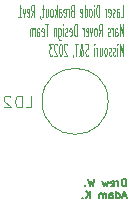
<source format=gbr>
%TF.GenerationSoftware,KiCad,Pcbnew,7.0.7*%
%TF.CreationDate,2023-11-07T19:30:11-06:00*%
%TF.ProjectId,LD_Breakout,4c445f42-7265-4616-9b6f-75742e6b6963,rev?*%
%TF.SameCoordinates,Original*%
%TF.FileFunction,Legend,Bot*%
%TF.FilePolarity,Positive*%
%FSLAX46Y46*%
G04 Gerber Fmt 4.6, Leading zero omitted, Abs format (unit mm)*
G04 Created by KiCad (PCBNEW 7.0.7) date 2023-11-07 19:30:11*
%MOMM*%
%LPD*%
G01*
G04 APERTURE LIST*
%ADD10C,0.150000*%
%ADD11C,0.095250*%
%ADD12C,0.100000*%
G04 APERTURE END LIST*
D10*
X136757725Y-85810938D02*
X136757725Y-85175938D01*
X136757725Y-85175938D02*
X136606535Y-85175938D01*
X136606535Y-85175938D02*
X136515820Y-85206176D01*
X136515820Y-85206176D02*
X136455344Y-85266652D01*
X136455344Y-85266652D02*
X136425106Y-85327128D01*
X136425106Y-85327128D02*
X136394868Y-85448080D01*
X136394868Y-85448080D02*
X136394868Y-85538795D01*
X136394868Y-85538795D02*
X136425106Y-85659747D01*
X136425106Y-85659747D02*
X136455344Y-85720223D01*
X136455344Y-85720223D02*
X136515820Y-85780700D01*
X136515820Y-85780700D02*
X136606535Y-85810938D01*
X136606535Y-85810938D02*
X136757725Y-85810938D01*
X136122725Y-85810938D02*
X136122725Y-85387604D01*
X136122725Y-85508557D02*
X136092487Y-85448080D01*
X136092487Y-85448080D02*
X136062249Y-85417842D01*
X136062249Y-85417842D02*
X136001773Y-85387604D01*
X136001773Y-85387604D02*
X135941296Y-85387604D01*
X135487725Y-85780700D02*
X135548201Y-85810938D01*
X135548201Y-85810938D02*
X135669154Y-85810938D01*
X135669154Y-85810938D02*
X135729630Y-85780700D01*
X135729630Y-85780700D02*
X135759868Y-85720223D01*
X135759868Y-85720223D02*
X135759868Y-85478319D01*
X135759868Y-85478319D02*
X135729630Y-85417842D01*
X135729630Y-85417842D02*
X135669154Y-85387604D01*
X135669154Y-85387604D02*
X135548201Y-85387604D01*
X135548201Y-85387604D02*
X135487725Y-85417842D01*
X135487725Y-85417842D02*
X135457487Y-85478319D01*
X135457487Y-85478319D02*
X135457487Y-85538795D01*
X135457487Y-85538795D02*
X135759868Y-85599271D01*
X135245820Y-85387604D02*
X135124868Y-85810938D01*
X135124868Y-85810938D02*
X135003915Y-85508557D01*
X135003915Y-85508557D02*
X134882963Y-85810938D01*
X134882963Y-85810938D02*
X134762011Y-85387604D01*
X134096772Y-85175938D02*
X133945582Y-85810938D01*
X133945582Y-85810938D02*
X133824629Y-85357366D01*
X133824629Y-85357366D02*
X133703677Y-85810938D01*
X133703677Y-85810938D02*
X133552487Y-85175938D01*
X133310582Y-85750461D02*
X133280344Y-85780700D01*
X133280344Y-85780700D02*
X133310582Y-85810938D01*
X133310582Y-85810938D02*
X133340820Y-85780700D01*
X133340820Y-85780700D02*
X133310582Y-85750461D01*
X133310582Y-85750461D02*
X133310582Y-85810938D01*
X136787963Y-86651859D02*
X136485582Y-86651859D01*
X136848439Y-86833288D02*
X136636773Y-86198288D01*
X136636773Y-86198288D02*
X136425106Y-86833288D01*
X135941296Y-86833288D02*
X135941296Y-86198288D01*
X135941296Y-86803050D02*
X136001772Y-86833288D01*
X136001772Y-86833288D02*
X136122725Y-86833288D01*
X136122725Y-86833288D02*
X136183201Y-86803050D01*
X136183201Y-86803050D02*
X136213439Y-86772811D01*
X136213439Y-86772811D02*
X136243677Y-86712335D01*
X136243677Y-86712335D02*
X136243677Y-86530907D01*
X136243677Y-86530907D02*
X136213439Y-86470430D01*
X136213439Y-86470430D02*
X136183201Y-86440192D01*
X136183201Y-86440192D02*
X136122725Y-86409954D01*
X136122725Y-86409954D02*
X136001772Y-86409954D01*
X136001772Y-86409954D02*
X135941296Y-86440192D01*
X135366772Y-86833288D02*
X135366772Y-86500669D01*
X135366772Y-86500669D02*
X135397010Y-86440192D01*
X135397010Y-86440192D02*
X135457486Y-86409954D01*
X135457486Y-86409954D02*
X135578439Y-86409954D01*
X135578439Y-86409954D02*
X135638915Y-86440192D01*
X135366772Y-86803050D02*
X135427248Y-86833288D01*
X135427248Y-86833288D02*
X135578439Y-86833288D01*
X135578439Y-86833288D02*
X135638915Y-86803050D01*
X135638915Y-86803050D02*
X135669153Y-86742573D01*
X135669153Y-86742573D02*
X135669153Y-86682097D01*
X135669153Y-86682097D02*
X135638915Y-86621621D01*
X135638915Y-86621621D02*
X135578439Y-86591383D01*
X135578439Y-86591383D02*
X135427248Y-86591383D01*
X135427248Y-86591383D02*
X135366772Y-86561145D01*
X135064391Y-86833288D02*
X135064391Y-86409954D01*
X135064391Y-86470430D02*
X135034153Y-86440192D01*
X135034153Y-86440192D02*
X134973677Y-86409954D01*
X134973677Y-86409954D02*
X134882962Y-86409954D01*
X134882962Y-86409954D02*
X134822486Y-86440192D01*
X134822486Y-86440192D02*
X134792248Y-86500669D01*
X134792248Y-86500669D02*
X134792248Y-86833288D01*
X134792248Y-86500669D02*
X134762010Y-86440192D01*
X134762010Y-86440192D02*
X134701534Y-86409954D01*
X134701534Y-86409954D02*
X134610820Y-86409954D01*
X134610820Y-86409954D02*
X134550343Y-86440192D01*
X134550343Y-86440192D02*
X134520105Y-86500669D01*
X134520105Y-86500669D02*
X134520105Y-86833288D01*
X133733914Y-86833288D02*
X133733914Y-86198288D01*
X133371057Y-86833288D02*
X133643200Y-86470430D01*
X133371057Y-86198288D02*
X133733914Y-86561145D01*
X133098914Y-86772811D02*
X133068676Y-86803050D01*
X133068676Y-86803050D02*
X133098914Y-86833288D01*
X133098914Y-86833288D02*
X133129152Y-86803050D01*
X133129152Y-86803050D02*
X133098914Y-86772811D01*
X133098914Y-86772811D02*
X133098914Y-86833288D01*
D11*
X136331707Y-71478387D02*
X136537326Y-71478387D01*
X136537326Y-71478387D02*
X136537326Y-70462387D01*
X136002717Y-71478387D02*
X136002717Y-70946197D01*
X136002717Y-70946197D02*
X136023279Y-70849435D01*
X136023279Y-70849435D02*
X136064403Y-70801054D01*
X136064403Y-70801054D02*
X136146650Y-70801054D01*
X136146650Y-70801054D02*
X136187774Y-70849435D01*
X136002717Y-71430007D02*
X136043841Y-71478387D01*
X136043841Y-71478387D02*
X136146650Y-71478387D01*
X136146650Y-71478387D02*
X136187774Y-71430007D01*
X136187774Y-71430007D02*
X136208336Y-71333245D01*
X136208336Y-71333245D02*
X136208336Y-71236483D01*
X136208336Y-71236483D02*
X136187774Y-71139721D01*
X136187774Y-71139721D02*
X136146650Y-71091340D01*
X136146650Y-71091340D02*
X136043841Y-71091340D01*
X136043841Y-71091340D02*
X136002717Y-71042959D01*
X135817660Y-71430007D02*
X135776536Y-71478387D01*
X135776536Y-71478387D02*
X135694288Y-71478387D01*
X135694288Y-71478387D02*
X135653165Y-71430007D01*
X135653165Y-71430007D02*
X135632603Y-71333245D01*
X135632603Y-71333245D02*
X135632603Y-71284864D01*
X135632603Y-71284864D02*
X135653165Y-71188102D01*
X135653165Y-71188102D02*
X135694288Y-71139721D01*
X135694288Y-71139721D02*
X135755974Y-71139721D01*
X135755974Y-71139721D02*
X135797098Y-71091340D01*
X135797098Y-71091340D02*
X135817660Y-70994578D01*
X135817660Y-70994578D02*
X135817660Y-70946197D01*
X135817660Y-70946197D02*
X135797098Y-70849435D01*
X135797098Y-70849435D02*
X135755974Y-70801054D01*
X135755974Y-70801054D02*
X135694288Y-70801054D01*
X135694288Y-70801054D02*
X135653165Y-70849435D01*
X135283051Y-71430007D02*
X135324175Y-71478387D01*
X135324175Y-71478387D02*
X135406422Y-71478387D01*
X135406422Y-71478387D02*
X135447546Y-71430007D01*
X135447546Y-71430007D02*
X135468108Y-71333245D01*
X135468108Y-71333245D02*
X135468108Y-70946197D01*
X135468108Y-70946197D02*
X135447546Y-70849435D01*
X135447546Y-70849435D02*
X135406422Y-70801054D01*
X135406422Y-70801054D02*
X135324175Y-70801054D01*
X135324175Y-70801054D02*
X135283051Y-70849435D01*
X135283051Y-70849435D02*
X135262489Y-70946197D01*
X135262489Y-70946197D02*
X135262489Y-71042959D01*
X135262489Y-71042959D02*
X135468108Y-71139721D01*
X135077432Y-71478387D02*
X135077432Y-70801054D01*
X135077432Y-70994578D02*
X135056870Y-70897816D01*
X135056870Y-70897816D02*
X135036308Y-70849435D01*
X135036308Y-70849435D02*
X134995184Y-70801054D01*
X134995184Y-70801054D02*
X134954061Y-70801054D01*
X134481137Y-71478387D02*
X134481137Y-70462387D01*
X134481137Y-70462387D02*
X134378327Y-70462387D01*
X134378327Y-70462387D02*
X134316642Y-70510768D01*
X134316642Y-70510768D02*
X134275518Y-70607530D01*
X134275518Y-70607530D02*
X134254956Y-70704292D01*
X134254956Y-70704292D02*
X134234394Y-70897816D01*
X134234394Y-70897816D02*
X134234394Y-71042959D01*
X134234394Y-71042959D02*
X134254956Y-71236483D01*
X134254956Y-71236483D02*
X134275518Y-71333245D01*
X134275518Y-71333245D02*
X134316642Y-71430007D01*
X134316642Y-71430007D02*
X134378327Y-71478387D01*
X134378327Y-71478387D02*
X134481137Y-71478387D01*
X134049337Y-71478387D02*
X134049337Y-70801054D01*
X134049337Y-70462387D02*
X134069899Y-70510768D01*
X134069899Y-70510768D02*
X134049337Y-70559149D01*
X134049337Y-70559149D02*
X134028775Y-70510768D01*
X134028775Y-70510768D02*
X134049337Y-70462387D01*
X134049337Y-70462387D02*
X134049337Y-70559149D01*
X133782032Y-71478387D02*
X133823156Y-71430007D01*
X133823156Y-71430007D02*
X133843718Y-71381626D01*
X133843718Y-71381626D02*
X133864280Y-71284864D01*
X133864280Y-71284864D02*
X133864280Y-70994578D01*
X133864280Y-70994578D02*
X133843718Y-70897816D01*
X133843718Y-70897816D02*
X133823156Y-70849435D01*
X133823156Y-70849435D02*
X133782032Y-70801054D01*
X133782032Y-70801054D02*
X133720347Y-70801054D01*
X133720347Y-70801054D02*
X133679223Y-70849435D01*
X133679223Y-70849435D02*
X133658661Y-70897816D01*
X133658661Y-70897816D02*
X133638099Y-70994578D01*
X133638099Y-70994578D02*
X133638099Y-71284864D01*
X133638099Y-71284864D02*
X133658661Y-71381626D01*
X133658661Y-71381626D02*
X133679223Y-71430007D01*
X133679223Y-71430007D02*
X133720347Y-71478387D01*
X133720347Y-71478387D02*
X133782032Y-71478387D01*
X133267985Y-71478387D02*
X133267985Y-70462387D01*
X133267985Y-71430007D02*
X133309109Y-71478387D01*
X133309109Y-71478387D02*
X133391356Y-71478387D01*
X133391356Y-71478387D02*
X133432480Y-71430007D01*
X133432480Y-71430007D02*
X133453042Y-71381626D01*
X133453042Y-71381626D02*
X133473604Y-71284864D01*
X133473604Y-71284864D02*
X133473604Y-70994578D01*
X133473604Y-70994578D02*
X133453042Y-70897816D01*
X133453042Y-70897816D02*
X133432480Y-70849435D01*
X133432480Y-70849435D02*
X133391356Y-70801054D01*
X133391356Y-70801054D02*
X133309109Y-70801054D01*
X133309109Y-70801054D02*
X133267985Y-70849435D01*
X132897871Y-71430007D02*
X132938995Y-71478387D01*
X132938995Y-71478387D02*
X133021242Y-71478387D01*
X133021242Y-71478387D02*
X133062366Y-71430007D01*
X133062366Y-71430007D02*
X133082928Y-71333245D01*
X133082928Y-71333245D02*
X133082928Y-70946197D01*
X133082928Y-70946197D02*
X133062366Y-70849435D01*
X133062366Y-70849435D02*
X133021242Y-70801054D01*
X133021242Y-70801054D02*
X132938995Y-70801054D01*
X132938995Y-70801054D02*
X132897871Y-70849435D01*
X132897871Y-70849435D02*
X132877309Y-70946197D01*
X132877309Y-70946197D02*
X132877309Y-71042959D01*
X132877309Y-71042959D02*
X133082928Y-71139721D01*
X132219329Y-70946197D02*
X132157643Y-70994578D01*
X132157643Y-70994578D02*
X132137081Y-71042959D01*
X132137081Y-71042959D02*
X132116519Y-71139721D01*
X132116519Y-71139721D02*
X132116519Y-71284864D01*
X132116519Y-71284864D02*
X132137081Y-71381626D01*
X132137081Y-71381626D02*
X132157643Y-71430007D01*
X132157643Y-71430007D02*
X132198767Y-71478387D01*
X132198767Y-71478387D02*
X132363262Y-71478387D01*
X132363262Y-71478387D02*
X132363262Y-70462387D01*
X132363262Y-70462387D02*
X132219329Y-70462387D01*
X132219329Y-70462387D02*
X132178205Y-70510768D01*
X132178205Y-70510768D02*
X132157643Y-70559149D01*
X132157643Y-70559149D02*
X132137081Y-70655911D01*
X132137081Y-70655911D02*
X132137081Y-70752673D01*
X132137081Y-70752673D02*
X132157643Y-70849435D01*
X132157643Y-70849435D02*
X132178205Y-70897816D01*
X132178205Y-70897816D02*
X132219329Y-70946197D01*
X132219329Y-70946197D02*
X132363262Y-70946197D01*
X131931462Y-71478387D02*
X131931462Y-70801054D01*
X131931462Y-70994578D02*
X131910900Y-70897816D01*
X131910900Y-70897816D02*
X131890338Y-70849435D01*
X131890338Y-70849435D02*
X131849214Y-70801054D01*
X131849214Y-70801054D02*
X131808091Y-70801054D01*
X131499662Y-71430007D02*
X131540786Y-71478387D01*
X131540786Y-71478387D02*
X131623033Y-71478387D01*
X131623033Y-71478387D02*
X131664157Y-71430007D01*
X131664157Y-71430007D02*
X131684719Y-71333245D01*
X131684719Y-71333245D02*
X131684719Y-70946197D01*
X131684719Y-70946197D02*
X131664157Y-70849435D01*
X131664157Y-70849435D02*
X131623033Y-70801054D01*
X131623033Y-70801054D02*
X131540786Y-70801054D01*
X131540786Y-70801054D02*
X131499662Y-70849435D01*
X131499662Y-70849435D02*
X131479100Y-70946197D01*
X131479100Y-70946197D02*
X131479100Y-71042959D01*
X131479100Y-71042959D02*
X131684719Y-71139721D01*
X131108986Y-71478387D02*
X131108986Y-70946197D01*
X131108986Y-70946197D02*
X131129548Y-70849435D01*
X131129548Y-70849435D02*
X131170672Y-70801054D01*
X131170672Y-70801054D02*
X131252919Y-70801054D01*
X131252919Y-70801054D02*
X131294043Y-70849435D01*
X131108986Y-71430007D02*
X131150110Y-71478387D01*
X131150110Y-71478387D02*
X131252919Y-71478387D01*
X131252919Y-71478387D02*
X131294043Y-71430007D01*
X131294043Y-71430007D02*
X131314605Y-71333245D01*
X131314605Y-71333245D02*
X131314605Y-71236483D01*
X131314605Y-71236483D02*
X131294043Y-71139721D01*
X131294043Y-71139721D02*
X131252919Y-71091340D01*
X131252919Y-71091340D02*
X131150110Y-71091340D01*
X131150110Y-71091340D02*
X131108986Y-71042959D01*
X130903367Y-71478387D02*
X130903367Y-70462387D01*
X130862243Y-71091340D02*
X130738872Y-71478387D01*
X130738872Y-70801054D02*
X130903367Y-71188102D01*
X130492129Y-71478387D02*
X130533253Y-71430007D01*
X130533253Y-71430007D02*
X130553815Y-71381626D01*
X130553815Y-71381626D02*
X130574377Y-71284864D01*
X130574377Y-71284864D02*
X130574377Y-70994578D01*
X130574377Y-70994578D02*
X130553815Y-70897816D01*
X130553815Y-70897816D02*
X130533253Y-70849435D01*
X130533253Y-70849435D02*
X130492129Y-70801054D01*
X130492129Y-70801054D02*
X130430444Y-70801054D01*
X130430444Y-70801054D02*
X130389320Y-70849435D01*
X130389320Y-70849435D02*
X130368758Y-70897816D01*
X130368758Y-70897816D02*
X130348196Y-70994578D01*
X130348196Y-70994578D02*
X130348196Y-71284864D01*
X130348196Y-71284864D02*
X130368758Y-71381626D01*
X130368758Y-71381626D02*
X130389320Y-71430007D01*
X130389320Y-71430007D02*
X130430444Y-71478387D01*
X130430444Y-71478387D02*
X130492129Y-71478387D01*
X129978082Y-70801054D02*
X129978082Y-71478387D01*
X130163139Y-70801054D02*
X130163139Y-71333245D01*
X130163139Y-71333245D02*
X130142577Y-71430007D01*
X130142577Y-71430007D02*
X130101453Y-71478387D01*
X130101453Y-71478387D02*
X130039768Y-71478387D01*
X130039768Y-71478387D02*
X129998644Y-71430007D01*
X129998644Y-71430007D02*
X129978082Y-71381626D01*
X129834149Y-70801054D02*
X129669653Y-70801054D01*
X129772463Y-70462387D02*
X129772463Y-71333245D01*
X129772463Y-71333245D02*
X129751901Y-71430007D01*
X129751901Y-71430007D02*
X129710777Y-71478387D01*
X129710777Y-71478387D02*
X129669653Y-71478387D01*
X129505158Y-71430007D02*
X129505158Y-71478387D01*
X129505158Y-71478387D02*
X129525720Y-71575149D01*
X129525720Y-71575149D02*
X129546282Y-71623530D01*
X128744368Y-71478387D02*
X128888301Y-70994578D01*
X128991111Y-71478387D02*
X128991111Y-70462387D01*
X128991111Y-70462387D02*
X128826616Y-70462387D01*
X128826616Y-70462387D02*
X128785492Y-70510768D01*
X128785492Y-70510768D02*
X128764930Y-70559149D01*
X128764930Y-70559149D02*
X128744368Y-70655911D01*
X128744368Y-70655911D02*
X128744368Y-70801054D01*
X128744368Y-70801054D02*
X128764930Y-70897816D01*
X128764930Y-70897816D02*
X128785492Y-70946197D01*
X128785492Y-70946197D02*
X128826616Y-70994578D01*
X128826616Y-70994578D02*
X128991111Y-70994578D01*
X128394816Y-71430007D02*
X128435940Y-71478387D01*
X128435940Y-71478387D02*
X128518187Y-71478387D01*
X128518187Y-71478387D02*
X128559311Y-71430007D01*
X128559311Y-71430007D02*
X128579873Y-71333245D01*
X128579873Y-71333245D02*
X128579873Y-70946197D01*
X128579873Y-70946197D02*
X128559311Y-70849435D01*
X128559311Y-70849435D02*
X128518187Y-70801054D01*
X128518187Y-70801054D02*
X128435940Y-70801054D01*
X128435940Y-70801054D02*
X128394816Y-70849435D01*
X128394816Y-70849435D02*
X128374254Y-70946197D01*
X128374254Y-70946197D02*
X128374254Y-71042959D01*
X128374254Y-71042959D02*
X128579873Y-71139721D01*
X128230321Y-70801054D02*
X128127511Y-71478387D01*
X128127511Y-71478387D02*
X128024702Y-70801054D01*
X127634026Y-71478387D02*
X127880769Y-71478387D01*
X127757397Y-71478387D02*
X127757397Y-70462387D01*
X127757397Y-70462387D02*
X127798521Y-70607530D01*
X127798521Y-70607530D02*
X127839645Y-70704292D01*
X127839645Y-70704292D02*
X127880769Y-70752673D01*
X136537326Y-73114147D02*
X136537326Y-72098147D01*
X136537326Y-72098147D02*
X136393393Y-72823862D01*
X136393393Y-72823862D02*
X136249459Y-72098147D01*
X136249459Y-72098147D02*
X136249459Y-73114147D01*
X135858783Y-73114147D02*
X135858783Y-72581957D01*
X135858783Y-72581957D02*
X135879345Y-72485195D01*
X135879345Y-72485195D02*
X135920469Y-72436814D01*
X135920469Y-72436814D02*
X136002716Y-72436814D01*
X136002716Y-72436814D02*
X136043840Y-72485195D01*
X135858783Y-73065767D02*
X135899907Y-73114147D01*
X135899907Y-73114147D02*
X136002716Y-73114147D01*
X136002716Y-73114147D02*
X136043840Y-73065767D01*
X136043840Y-73065767D02*
X136064402Y-72969005D01*
X136064402Y-72969005D02*
X136064402Y-72872243D01*
X136064402Y-72872243D02*
X136043840Y-72775481D01*
X136043840Y-72775481D02*
X136002716Y-72727100D01*
X136002716Y-72727100D02*
X135899907Y-72727100D01*
X135899907Y-72727100D02*
X135858783Y-72678719D01*
X135653164Y-73114147D02*
X135653164Y-72436814D01*
X135653164Y-72630338D02*
X135632602Y-72533576D01*
X135632602Y-72533576D02*
X135612040Y-72485195D01*
X135612040Y-72485195D02*
X135570916Y-72436814D01*
X135570916Y-72436814D02*
X135529793Y-72436814D01*
X135406421Y-73065767D02*
X135365297Y-73114147D01*
X135365297Y-73114147D02*
X135283049Y-73114147D01*
X135283049Y-73114147D02*
X135241926Y-73065767D01*
X135241926Y-73065767D02*
X135221364Y-72969005D01*
X135221364Y-72969005D02*
X135221364Y-72920624D01*
X135221364Y-72920624D02*
X135241926Y-72823862D01*
X135241926Y-72823862D02*
X135283049Y-72775481D01*
X135283049Y-72775481D02*
X135344735Y-72775481D01*
X135344735Y-72775481D02*
X135385859Y-72727100D01*
X135385859Y-72727100D02*
X135406421Y-72630338D01*
X135406421Y-72630338D02*
X135406421Y-72581957D01*
X135406421Y-72581957D02*
X135385859Y-72485195D01*
X135385859Y-72485195D02*
X135344735Y-72436814D01*
X135344735Y-72436814D02*
X135283049Y-72436814D01*
X135283049Y-72436814D02*
X135241926Y-72485195D01*
X134460574Y-73114147D02*
X134604507Y-72630338D01*
X134707317Y-73114147D02*
X134707317Y-72098147D01*
X134707317Y-72098147D02*
X134542822Y-72098147D01*
X134542822Y-72098147D02*
X134501698Y-72146528D01*
X134501698Y-72146528D02*
X134481136Y-72194909D01*
X134481136Y-72194909D02*
X134460574Y-72291671D01*
X134460574Y-72291671D02*
X134460574Y-72436814D01*
X134460574Y-72436814D02*
X134481136Y-72533576D01*
X134481136Y-72533576D02*
X134501698Y-72581957D01*
X134501698Y-72581957D02*
X134542822Y-72630338D01*
X134542822Y-72630338D02*
X134707317Y-72630338D01*
X134213831Y-73114147D02*
X134254955Y-73065767D01*
X134254955Y-73065767D02*
X134275517Y-73017386D01*
X134275517Y-73017386D02*
X134296079Y-72920624D01*
X134296079Y-72920624D02*
X134296079Y-72630338D01*
X134296079Y-72630338D02*
X134275517Y-72533576D01*
X134275517Y-72533576D02*
X134254955Y-72485195D01*
X134254955Y-72485195D02*
X134213831Y-72436814D01*
X134213831Y-72436814D02*
X134152146Y-72436814D01*
X134152146Y-72436814D02*
X134111022Y-72485195D01*
X134111022Y-72485195D02*
X134090460Y-72533576D01*
X134090460Y-72533576D02*
X134069898Y-72630338D01*
X134069898Y-72630338D02*
X134069898Y-72920624D01*
X134069898Y-72920624D02*
X134090460Y-73017386D01*
X134090460Y-73017386D02*
X134111022Y-73065767D01*
X134111022Y-73065767D02*
X134152146Y-73114147D01*
X134152146Y-73114147D02*
X134213831Y-73114147D01*
X133925965Y-72436814D02*
X133823155Y-73114147D01*
X133823155Y-73114147D02*
X133720346Y-72436814D01*
X133391356Y-73065767D02*
X133432480Y-73114147D01*
X133432480Y-73114147D02*
X133514727Y-73114147D01*
X133514727Y-73114147D02*
X133555851Y-73065767D01*
X133555851Y-73065767D02*
X133576413Y-72969005D01*
X133576413Y-72969005D02*
X133576413Y-72581957D01*
X133576413Y-72581957D02*
X133555851Y-72485195D01*
X133555851Y-72485195D02*
X133514727Y-72436814D01*
X133514727Y-72436814D02*
X133432480Y-72436814D01*
X133432480Y-72436814D02*
X133391356Y-72485195D01*
X133391356Y-72485195D02*
X133370794Y-72581957D01*
X133370794Y-72581957D02*
X133370794Y-72678719D01*
X133370794Y-72678719D02*
X133576413Y-72775481D01*
X133185737Y-73114147D02*
X133185737Y-72436814D01*
X133185737Y-72630338D02*
X133165175Y-72533576D01*
X133165175Y-72533576D02*
X133144613Y-72485195D01*
X133144613Y-72485195D02*
X133103489Y-72436814D01*
X133103489Y-72436814D02*
X133062366Y-72436814D01*
X132589442Y-73114147D02*
X132589442Y-72098147D01*
X132589442Y-72098147D02*
X132486632Y-72098147D01*
X132486632Y-72098147D02*
X132424947Y-72146528D01*
X132424947Y-72146528D02*
X132383823Y-72243290D01*
X132383823Y-72243290D02*
X132363261Y-72340052D01*
X132363261Y-72340052D02*
X132342699Y-72533576D01*
X132342699Y-72533576D02*
X132342699Y-72678719D01*
X132342699Y-72678719D02*
X132363261Y-72872243D01*
X132363261Y-72872243D02*
X132383823Y-72969005D01*
X132383823Y-72969005D02*
X132424947Y-73065767D01*
X132424947Y-73065767D02*
X132486632Y-73114147D01*
X132486632Y-73114147D02*
X132589442Y-73114147D01*
X131993147Y-73065767D02*
X132034271Y-73114147D01*
X132034271Y-73114147D02*
X132116518Y-73114147D01*
X132116518Y-73114147D02*
X132157642Y-73065767D01*
X132157642Y-73065767D02*
X132178204Y-72969005D01*
X132178204Y-72969005D02*
X132178204Y-72581957D01*
X132178204Y-72581957D02*
X132157642Y-72485195D01*
X132157642Y-72485195D02*
X132116518Y-72436814D01*
X132116518Y-72436814D02*
X132034271Y-72436814D01*
X132034271Y-72436814D02*
X131993147Y-72485195D01*
X131993147Y-72485195D02*
X131972585Y-72581957D01*
X131972585Y-72581957D02*
X131972585Y-72678719D01*
X131972585Y-72678719D02*
X132178204Y-72775481D01*
X131808090Y-73065767D02*
X131766966Y-73114147D01*
X131766966Y-73114147D02*
X131684718Y-73114147D01*
X131684718Y-73114147D02*
X131643595Y-73065767D01*
X131643595Y-73065767D02*
X131623033Y-72969005D01*
X131623033Y-72969005D02*
X131623033Y-72920624D01*
X131623033Y-72920624D02*
X131643595Y-72823862D01*
X131643595Y-72823862D02*
X131684718Y-72775481D01*
X131684718Y-72775481D02*
X131746404Y-72775481D01*
X131746404Y-72775481D02*
X131787528Y-72727100D01*
X131787528Y-72727100D02*
X131808090Y-72630338D01*
X131808090Y-72630338D02*
X131808090Y-72581957D01*
X131808090Y-72581957D02*
X131787528Y-72485195D01*
X131787528Y-72485195D02*
X131746404Y-72436814D01*
X131746404Y-72436814D02*
X131684718Y-72436814D01*
X131684718Y-72436814D02*
X131643595Y-72485195D01*
X131437976Y-73114147D02*
X131437976Y-72436814D01*
X131437976Y-72098147D02*
X131458538Y-72146528D01*
X131458538Y-72146528D02*
X131437976Y-72194909D01*
X131437976Y-72194909D02*
X131417414Y-72146528D01*
X131417414Y-72146528D02*
X131437976Y-72098147D01*
X131437976Y-72098147D02*
X131437976Y-72194909D01*
X131047300Y-72436814D02*
X131047300Y-73259290D01*
X131047300Y-73259290D02*
X131067862Y-73356052D01*
X131067862Y-73356052D02*
X131088424Y-73404433D01*
X131088424Y-73404433D02*
X131129547Y-73452814D01*
X131129547Y-73452814D02*
X131191233Y-73452814D01*
X131191233Y-73452814D02*
X131232357Y-73404433D01*
X131047300Y-73065767D02*
X131088424Y-73114147D01*
X131088424Y-73114147D02*
X131170671Y-73114147D01*
X131170671Y-73114147D02*
X131211795Y-73065767D01*
X131211795Y-73065767D02*
X131232357Y-73017386D01*
X131232357Y-73017386D02*
X131252919Y-72920624D01*
X131252919Y-72920624D02*
X131252919Y-72630338D01*
X131252919Y-72630338D02*
X131232357Y-72533576D01*
X131232357Y-72533576D02*
X131211795Y-72485195D01*
X131211795Y-72485195D02*
X131170671Y-72436814D01*
X131170671Y-72436814D02*
X131088424Y-72436814D01*
X131088424Y-72436814D02*
X131047300Y-72485195D01*
X130841681Y-72436814D02*
X130841681Y-73114147D01*
X130841681Y-72533576D02*
X130821119Y-72485195D01*
X130821119Y-72485195D02*
X130779995Y-72436814D01*
X130779995Y-72436814D02*
X130718310Y-72436814D01*
X130718310Y-72436814D02*
X130677186Y-72485195D01*
X130677186Y-72485195D02*
X130656624Y-72581957D01*
X130656624Y-72581957D02*
X130656624Y-73114147D01*
X130183701Y-72098147D02*
X129936958Y-72098147D01*
X130060329Y-73114147D02*
X130060329Y-72098147D01*
X129628530Y-73065767D02*
X129669654Y-73114147D01*
X129669654Y-73114147D02*
X129751901Y-73114147D01*
X129751901Y-73114147D02*
X129793025Y-73065767D01*
X129793025Y-73065767D02*
X129813587Y-72969005D01*
X129813587Y-72969005D02*
X129813587Y-72581957D01*
X129813587Y-72581957D02*
X129793025Y-72485195D01*
X129793025Y-72485195D02*
X129751901Y-72436814D01*
X129751901Y-72436814D02*
X129669654Y-72436814D01*
X129669654Y-72436814D02*
X129628530Y-72485195D01*
X129628530Y-72485195D02*
X129607968Y-72581957D01*
X129607968Y-72581957D02*
X129607968Y-72678719D01*
X129607968Y-72678719D02*
X129813587Y-72775481D01*
X129237854Y-73114147D02*
X129237854Y-72581957D01*
X129237854Y-72581957D02*
X129258416Y-72485195D01*
X129258416Y-72485195D02*
X129299540Y-72436814D01*
X129299540Y-72436814D02*
X129381787Y-72436814D01*
X129381787Y-72436814D02*
X129422911Y-72485195D01*
X129237854Y-73065767D02*
X129278978Y-73114147D01*
X129278978Y-73114147D02*
X129381787Y-73114147D01*
X129381787Y-73114147D02*
X129422911Y-73065767D01*
X129422911Y-73065767D02*
X129443473Y-72969005D01*
X129443473Y-72969005D02*
X129443473Y-72872243D01*
X129443473Y-72872243D02*
X129422911Y-72775481D01*
X129422911Y-72775481D02*
X129381787Y-72727100D01*
X129381787Y-72727100D02*
X129278978Y-72727100D01*
X129278978Y-72727100D02*
X129237854Y-72678719D01*
X129032235Y-73114147D02*
X129032235Y-72436814D01*
X129032235Y-72533576D02*
X129011673Y-72485195D01*
X129011673Y-72485195D02*
X128970549Y-72436814D01*
X128970549Y-72436814D02*
X128908864Y-72436814D01*
X128908864Y-72436814D02*
X128867740Y-72485195D01*
X128867740Y-72485195D02*
X128847178Y-72581957D01*
X128847178Y-72581957D02*
X128847178Y-73114147D01*
X128847178Y-72581957D02*
X128826616Y-72485195D01*
X128826616Y-72485195D02*
X128785492Y-72436814D01*
X128785492Y-72436814D02*
X128723806Y-72436814D01*
X128723806Y-72436814D02*
X128682683Y-72485195D01*
X128682683Y-72485195D02*
X128662121Y-72581957D01*
X128662121Y-72581957D02*
X128662121Y-73114147D01*
X136537326Y-74749907D02*
X136537326Y-73733907D01*
X136537326Y-73733907D02*
X136393393Y-74459622D01*
X136393393Y-74459622D02*
X136249459Y-73733907D01*
X136249459Y-73733907D02*
X136249459Y-74749907D01*
X136043840Y-74749907D02*
X136043840Y-74072574D01*
X136043840Y-73733907D02*
X136064402Y-73782288D01*
X136064402Y-73782288D02*
X136043840Y-73830669D01*
X136043840Y-73830669D02*
X136023278Y-73782288D01*
X136023278Y-73782288D02*
X136043840Y-73733907D01*
X136043840Y-73733907D02*
X136043840Y-73830669D01*
X135858783Y-74701527D02*
X135817659Y-74749907D01*
X135817659Y-74749907D02*
X135735411Y-74749907D01*
X135735411Y-74749907D02*
X135694288Y-74701527D01*
X135694288Y-74701527D02*
X135673726Y-74604765D01*
X135673726Y-74604765D02*
X135673726Y-74556384D01*
X135673726Y-74556384D02*
X135694288Y-74459622D01*
X135694288Y-74459622D02*
X135735411Y-74411241D01*
X135735411Y-74411241D02*
X135797097Y-74411241D01*
X135797097Y-74411241D02*
X135838221Y-74362860D01*
X135838221Y-74362860D02*
X135858783Y-74266098D01*
X135858783Y-74266098D02*
X135858783Y-74217717D01*
X135858783Y-74217717D02*
X135838221Y-74120955D01*
X135838221Y-74120955D02*
X135797097Y-74072574D01*
X135797097Y-74072574D02*
X135735411Y-74072574D01*
X135735411Y-74072574D02*
X135694288Y-74120955D01*
X135509231Y-74701527D02*
X135468107Y-74749907D01*
X135468107Y-74749907D02*
X135385859Y-74749907D01*
X135385859Y-74749907D02*
X135344736Y-74701527D01*
X135344736Y-74701527D02*
X135324174Y-74604765D01*
X135324174Y-74604765D02*
X135324174Y-74556384D01*
X135324174Y-74556384D02*
X135344736Y-74459622D01*
X135344736Y-74459622D02*
X135385859Y-74411241D01*
X135385859Y-74411241D02*
X135447545Y-74411241D01*
X135447545Y-74411241D02*
X135488669Y-74362860D01*
X135488669Y-74362860D02*
X135509231Y-74266098D01*
X135509231Y-74266098D02*
X135509231Y-74217717D01*
X135509231Y-74217717D02*
X135488669Y-74120955D01*
X135488669Y-74120955D02*
X135447545Y-74072574D01*
X135447545Y-74072574D02*
X135385859Y-74072574D01*
X135385859Y-74072574D02*
X135344736Y-74120955D01*
X135077431Y-74749907D02*
X135118555Y-74701527D01*
X135118555Y-74701527D02*
X135139117Y-74653146D01*
X135139117Y-74653146D02*
X135159679Y-74556384D01*
X135159679Y-74556384D02*
X135159679Y-74266098D01*
X135159679Y-74266098D02*
X135139117Y-74169336D01*
X135139117Y-74169336D02*
X135118555Y-74120955D01*
X135118555Y-74120955D02*
X135077431Y-74072574D01*
X135077431Y-74072574D02*
X135015746Y-74072574D01*
X135015746Y-74072574D02*
X134974622Y-74120955D01*
X134974622Y-74120955D02*
X134954060Y-74169336D01*
X134954060Y-74169336D02*
X134933498Y-74266098D01*
X134933498Y-74266098D02*
X134933498Y-74556384D01*
X134933498Y-74556384D02*
X134954060Y-74653146D01*
X134954060Y-74653146D02*
X134974622Y-74701527D01*
X134974622Y-74701527D02*
X135015746Y-74749907D01*
X135015746Y-74749907D02*
X135077431Y-74749907D01*
X134563384Y-74072574D02*
X134563384Y-74749907D01*
X134748441Y-74072574D02*
X134748441Y-74604765D01*
X134748441Y-74604765D02*
X134727879Y-74701527D01*
X134727879Y-74701527D02*
X134686755Y-74749907D01*
X134686755Y-74749907D02*
X134625070Y-74749907D01*
X134625070Y-74749907D02*
X134583946Y-74701527D01*
X134583946Y-74701527D02*
X134563384Y-74653146D01*
X134357765Y-74749907D02*
X134357765Y-74072574D01*
X134357765Y-74266098D02*
X134337203Y-74169336D01*
X134337203Y-74169336D02*
X134316641Y-74120955D01*
X134316641Y-74120955D02*
X134275517Y-74072574D01*
X134275517Y-74072574D02*
X134234394Y-74072574D01*
X134090460Y-74749907D02*
X134090460Y-74072574D01*
X134090460Y-73733907D02*
X134111022Y-73782288D01*
X134111022Y-73782288D02*
X134090460Y-73830669D01*
X134090460Y-73830669D02*
X134069898Y-73782288D01*
X134069898Y-73782288D02*
X134090460Y-73733907D01*
X134090460Y-73733907D02*
X134090460Y-73830669D01*
X133576413Y-74701527D02*
X133514727Y-74749907D01*
X133514727Y-74749907D02*
X133411918Y-74749907D01*
X133411918Y-74749907D02*
X133370794Y-74701527D01*
X133370794Y-74701527D02*
X133350232Y-74653146D01*
X133350232Y-74653146D02*
X133329670Y-74556384D01*
X133329670Y-74556384D02*
X133329670Y-74459622D01*
X133329670Y-74459622D02*
X133350232Y-74362860D01*
X133350232Y-74362860D02*
X133370794Y-74314479D01*
X133370794Y-74314479D02*
X133411918Y-74266098D01*
X133411918Y-74266098D02*
X133494165Y-74217717D01*
X133494165Y-74217717D02*
X133535289Y-74169336D01*
X133535289Y-74169336D02*
X133555851Y-74120955D01*
X133555851Y-74120955D02*
X133576413Y-74024193D01*
X133576413Y-74024193D02*
X133576413Y-73927431D01*
X133576413Y-73927431D02*
X133555851Y-73830669D01*
X133555851Y-73830669D02*
X133535289Y-73782288D01*
X133535289Y-73782288D02*
X133494165Y-73733907D01*
X133494165Y-73733907D02*
X133391356Y-73733907D01*
X133391356Y-73733907D02*
X133329670Y-73782288D01*
X132795061Y-74749907D02*
X132815623Y-74749907D01*
X132815623Y-74749907D02*
X132856746Y-74701527D01*
X132856746Y-74701527D02*
X132918432Y-74556384D01*
X132918432Y-74556384D02*
X133021242Y-74266098D01*
X133021242Y-74266098D02*
X133062365Y-74120955D01*
X133062365Y-74120955D02*
X133082927Y-73975812D01*
X133082927Y-73975812D02*
X133082927Y-73879050D01*
X133082927Y-73879050D02*
X133062365Y-73782288D01*
X133062365Y-73782288D02*
X133021242Y-73733907D01*
X133021242Y-73733907D02*
X133000680Y-73733907D01*
X133000680Y-73733907D02*
X132959556Y-73782288D01*
X132959556Y-73782288D02*
X132938994Y-73879050D01*
X132938994Y-73879050D02*
X132938994Y-73927431D01*
X132938994Y-73927431D02*
X132959556Y-74024193D01*
X132959556Y-74024193D02*
X132980118Y-74072574D01*
X132980118Y-74072574D02*
X133103489Y-74266098D01*
X133103489Y-74266098D02*
X133124051Y-74314479D01*
X133124051Y-74314479D02*
X133144613Y-74411241D01*
X133144613Y-74411241D02*
X133144613Y-74556384D01*
X133144613Y-74556384D02*
X133124051Y-74653146D01*
X133124051Y-74653146D02*
X133103489Y-74701527D01*
X133103489Y-74701527D02*
X133062365Y-74749907D01*
X133062365Y-74749907D02*
X133000680Y-74749907D01*
X133000680Y-74749907D02*
X132959556Y-74701527D01*
X132959556Y-74701527D02*
X132938994Y-74653146D01*
X132938994Y-74653146D02*
X132877308Y-74459622D01*
X132877308Y-74459622D02*
X132856746Y-74314479D01*
X132856746Y-74314479D02*
X132856746Y-74217717D01*
X132671689Y-73733907D02*
X132424946Y-73733907D01*
X132548317Y-74749907D02*
X132548317Y-73733907D01*
X132260451Y-74701527D02*
X132260451Y-74749907D01*
X132260451Y-74749907D02*
X132281013Y-74846669D01*
X132281013Y-74846669D02*
X132301575Y-74895050D01*
X131766966Y-73830669D02*
X131746404Y-73782288D01*
X131746404Y-73782288D02*
X131705280Y-73733907D01*
X131705280Y-73733907D02*
X131602471Y-73733907D01*
X131602471Y-73733907D02*
X131561347Y-73782288D01*
X131561347Y-73782288D02*
X131540785Y-73830669D01*
X131540785Y-73830669D02*
X131520223Y-73927431D01*
X131520223Y-73927431D02*
X131520223Y-74024193D01*
X131520223Y-74024193D02*
X131540785Y-74169336D01*
X131540785Y-74169336D02*
X131787528Y-74749907D01*
X131787528Y-74749907D02*
X131520223Y-74749907D01*
X131252918Y-73733907D02*
X131211795Y-73733907D01*
X131211795Y-73733907D02*
X131170671Y-73782288D01*
X131170671Y-73782288D02*
X131150109Y-73830669D01*
X131150109Y-73830669D02*
X131129547Y-73927431D01*
X131129547Y-73927431D02*
X131108985Y-74120955D01*
X131108985Y-74120955D02*
X131108985Y-74362860D01*
X131108985Y-74362860D02*
X131129547Y-74556384D01*
X131129547Y-74556384D02*
X131150109Y-74653146D01*
X131150109Y-74653146D02*
X131170671Y-74701527D01*
X131170671Y-74701527D02*
X131211795Y-74749907D01*
X131211795Y-74749907D02*
X131252918Y-74749907D01*
X131252918Y-74749907D02*
X131294042Y-74701527D01*
X131294042Y-74701527D02*
X131314604Y-74653146D01*
X131314604Y-74653146D02*
X131335166Y-74556384D01*
X131335166Y-74556384D02*
X131355728Y-74362860D01*
X131355728Y-74362860D02*
X131355728Y-74120955D01*
X131355728Y-74120955D02*
X131335166Y-73927431D01*
X131335166Y-73927431D02*
X131314604Y-73830669D01*
X131314604Y-73830669D02*
X131294042Y-73782288D01*
X131294042Y-73782288D02*
X131252918Y-73733907D01*
X130944490Y-73830669D02*
X130923928Y-73782288D01*
X130923928Y-73782288D02*
X130882804Y-73733907D01*
X130882804Y-73733907D02*
X130779995Y-73733907D01*
X130779995Y-73733907D02*
X130738871Y-73782288D01*
X130738871Y-73782288D02*
X130718309Y-73830669D01*
X130718309Y-73830669D02*
X130697747Y-73927431D01*
X130697747Y-73927431D02*
X130697747Y-74024193D01*
X130697747Y-74024193D02*
X130718309Y-74169336D01*
X130718309Y-74169336D02*
X130965052Y-74749907D01*
X130965052Y-74749907D02*
X130697747Y-74749907D01*
X130553814Y-73733907D02*
X130286509Y-73733907D01*
X130286509Y-73733907D02*
X130430442Y-74120955D01*
X130430442Y-74120955D02*
X130368757Y-74120955D01*
X130368757Y-74120955D02*
X130327633Y-74169336D01*
X130327633Y-74169336D02*
X130307071Y-74217717D01*
X130307071Y-74217717D02*
X130286509Y-74314479D01*
X130286509Y-74314479D02*
X130286509Y-74556384D01*
X130286509Y-74556384D02*
X130307071Y-74653146D01*
X130307071Y-74653146D02*
X130327633Y-74701527D01*
X130327633Y-74701527D02*
X130368757Y-74749907D01*
X130368757Y-74749907D02*
X130492128Y-74749907D01*
X130492128Y-74749907D02*
X130533252Y-74701527D01*
X130533252Y-74701527D02*
X130553814Y-74653146D01*
D12*
X128276266Y-79146619D02*
X128752456Y-79146619D01*
X128752456Y-79146619D02*
X128752456Y-78146619D01*
X127942932Y-79146619D02*
X127942932Y-78146619D01*
X127942932Y-78146619D02*
X127704837Y-78146619D01*
X127704837Y-78146619D02*
X127561980Y-78194238D01*
X127561980Y-78194238D02*
X127466742Y-78289476D01*
X127466742Y-78289476D02*
X127419123Y-78384714D01*
X127419123Y-78384714D02*
X127371504Y-78575190D01*
X127371504Y-78575190D02*
X127371504Y-78718047D01*
X127371504Y-78718047D02*
X127419123Y-78908523D01*
X127419123Y-78908523D02*
X127466742Y-79003761D01*
X127466742Y-79003761D02*
X127561980Y-79099000D01*
X127561980Y-79099000D02*
X127704837Y-79146619D01*
X127704837Y-79146619D02*
X127942932Y-79146619D01*
X126990551Y-78241857D02*
X126942932Y-78194238D01*
X126942932Y-78194238D02*
X126847694Y-78146619D01*
X126847694Y-78146619D02*
X126609599Y-78146619D01*
X126609599Y-78146619D02*
X126514361Y-78194238D01*
X126514361Y-78194238D02*
X126466742Y-78241857D01*
X126466742Y-78241857D02*
X126419123Y-78337095D01*
X126419123Y-78337095D02*
X126419123Y-78432333D01*
X126419123Y-78432333D02*
X126466742Y-78575190D01*
X126466742Y-78575190D02*
X127038170Y-79146619D01*
X127038170Y-79146619D02*
X126419123Y-79146619D01*
%TO.C,LD2*%
X135261000Y-78627000D02*
G75*
G03*
X135261000Y-78627000I-2800000J0D01*
G01*
%TD*%
M02*

</source>
